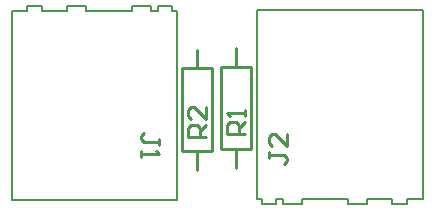
<source format=gbr>
%TF.GenerationSoftware,Altium Limited,Altium Designer,24.7.2 (38)*%
G04 Layer_Color=65535*
%FSLAX43Y43*%
%MOMM*%
%TF.SameCoordinates,D15D1D2A-FCB6-4C81-826D-5CEFA5F89A76*%
%TF.FilePolarity,Positive*%
%TF.FileFunction,Legend,Top*%
%TF.Part,Single*%
G01*
G75*
%TA.AperFunction,NonConductor*%
%ADD14C,0.254*%
%ADD15C,0.200*%
D14*
X19437Y12204D02*
Y13784D01*
Y3624D02*
Y5204D01*
X18187D02*
X20687D01*
Y12204D01*
X18187D02*
X20687D01*
X18187Y5204D02*
Y12204D01*
X16135Y3497D02*
Y5077D01*
Y12077D02*
Y13657D01*
X14885Y12077D02*
X17385D01*
X14885Y5077D02*
Y12077D01*
Y5077D02*
X17385D01*
Y12077D01*
X16897Y6227D02*
X15373D01*
Y6988D01*
X15627Y7242D01*
X16135D01*
X16389Y6988D01*
Y6227D01*
Y6735D02*
X16897Y7242D01*
Y8766D02*
Y7750D01*
X15881Y8766D01*
X15627D01*
X15373Y8512D01*
Y8004D01*
X15627Y7750D01*
X20199Y6481D02*
X18675D01*
Y7242D01*
X18929Y7496D01*
X19437D01*
X19691Y7242D01*
Y6481D01*
Y6988D02*
X20199Y7496D01*
Y8004D02*
Y8512D01*
Y8258D01*
X18675D01*
X18929Y8004D01*
X22238Y4965D02*
Y4457D01*
Y4711D01*
X23508D01*
X23762Y4457D01*
Y4204D01*
X23508Y3950D01*
X23762Y6489D02*
Y5473D01*
X22746Y6489D01*
X22492D01*
X22238Y6235D01*
Y5727D01*
X22492Y5473D01*
X12962Y5565D02*
Y6073D01*
Y5819D01*
X11692D01*
X11438Y6073D01*
Y6326D01*
X11692Y6580D01*
X11438Y5057D02*
Y4549D01*
Y4803D01*
X12962D01*
X12708Y5057D01*
D15*
X32700Y600D02*
Y1000D01*
Y600D02*
X33950D01*
Y1000D01*
X35250D01*
X25050Y600D02*
Y1000D01*
X23450Y600D02*
X25050D01*
X23450D02*
Y1000D01*
X22850D02*
X23450D01*
X22850Y600D02*
Y1000D01*
X21650Y600D02*
X22850D01*
X21650D02*
Y1000D01*
X21250D02*
X21650D01*
X35250D02*
Y17000D01*
X21250D02*
X35250D01*
X21250Y1000D02*
Y17000D01*
X30550Y600D02*
Y1000D01*
X28950Y600D02*
X30550D01*
X28950D02*
Y1000D01*
X30550D02*
X32700D01*
X25050D02*
X28950D01*
X2995Y16958D02*
Y17358D01*
X1745D02*
X2995D01*
X1745Y16958D02*
Y17358D01*
X445Y16958D02*
X1745D01*
X10645D02*
Y17358D01*
X12245D01*
Y16958D02*
Y17358D01*
Y16958D02*
X12845D01*
Y17358D01*
X14045D01*
Y16958D02*
Y17358D01*
Y16958D02*
X14445D01*
X445Y958D02*
Y16958D01*
Y958D02*
X14445D01*
Y16958D01*
X5145D02*
Y17358D01*
X6745D01*
Y16958D02*
Y17358D01*
X2995Y16958D02*
X5145D01*
X6745D02*
X10645D01*
%TF.MD5,07d1444e0b673ebbc8ff712fd4ac15e0*%
M02*

</source>
